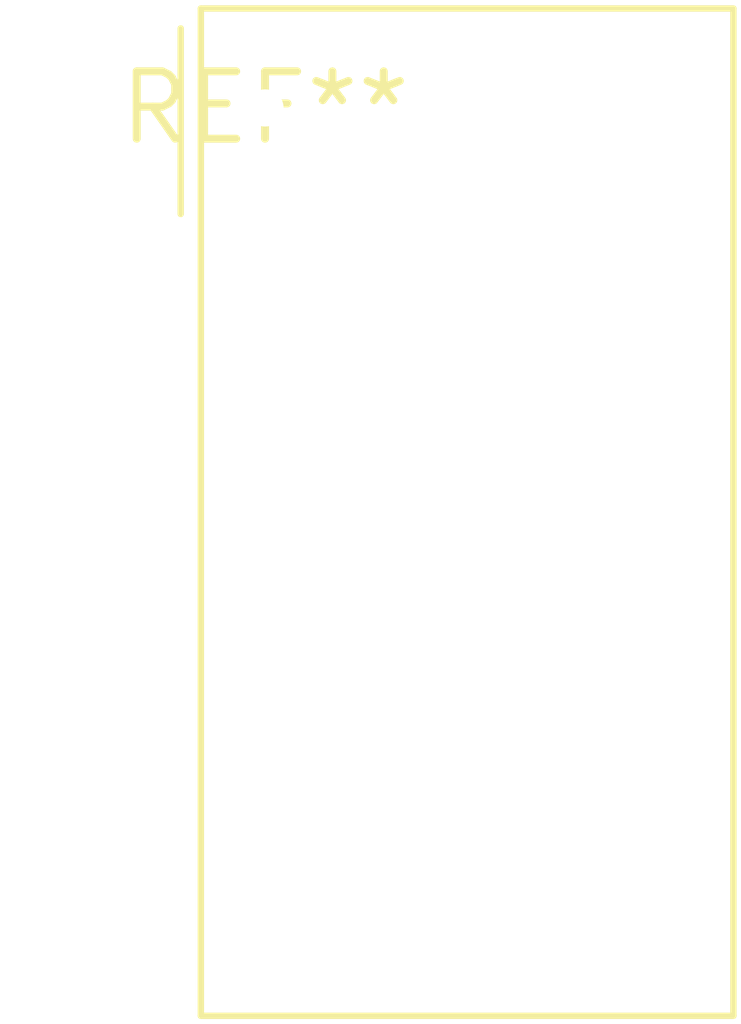
<source format=kicad_pcb>
(kicad_pcb (version 20240108) (generator pcbnew)
  (layers (0 "F.Cu" signal) (31 "B.Cu" signal) (34 "B.Paste" user) (35 "F.Paste" user) (36 "B.SilkS" user "B.Silkscreen") (37 "F.SilkS" user "F.Silkscreen") (38 "B.Mask" user) (39 "F.Mask" user) (44 "Edge.Cuts" user))
  (net 0 "")
  (footprint "MAN3410A" (layer "F.Cu") (at 0 0)
    (property "Reference" "REF**")
    (property "Value" "MAN3410A")
    (fp_line (start -1.59 -1.5) (end -1.59 2) (layer "F.SilkS") (stroke (width 0.12)))
    (fp_line (start -1.21 -1.875) (end 8.83 -1.875) (layer "F.SilkS") (stroke (width 0.12)))
    (fp_line (start -1.21 17.115) (end -1.21 -1.875) (layer "F.SilkS") (stroke (width 0.12)))
    (fp_line (start 8.83 -1.875) (end 8.83 17.115) (layer "F.SilkS") (stroke (width 0.12)))
    (fp_line (start 8.83 17.115) (end -1.21 17.115) (layer "F.SilkS") (stroke (width 0.12)))
    (pad "1" thru_hole rect (at 0 0) (size 1.5 1.5) (drill 0.7) (layers *.Cu *.Mask) (remove_unused_layers))
    (pad "2" thru_hole circle (at 0 2.54) (size 1.5 1.5) (drill 0.7) (layers *.Cu *.Mask) (remove_unused_layers))
    (pad "3" thru_hole circle (at 0 5.08) (size 1.5 1.5) (drill 0.7) (layers *.Cu *.Mask) (remove_unused_layers))
    (pad "4" thru_hole circle (at 0 7.62) (size 1.5 1.5) (drill 0.7) (layers *.Cu *.Mask) (remove_unused_layers))
    (pad "5" thru_hole circle (at 0 10.16) (size 1.5 1.5) (drill 0.7) (layers *.Cu *.Mask) (remove_unused_layers))
    (pad "6" thru_hole circle (at 0 12.7) (size 1.5 1.5) (drill 0.7) (layers *.Cu *.Mask) (remove_unused_layers))
    (pad "7" thru_hole circle (at 0 15.24) (size 1.5 1.5) (drill 0.7) (layers *.Cu *.Mask) (remove_unused_layers))
    (pad "8" thru_hole circle (at 7.62 15.24) (size 1.5 1.5) (drill 0.7) (layers *.Cu *.Mask) (remove_unused_layers))
    (pad "9" thru_hole circle (at 7.62 12.7) (size 1.5 1.5) (drill 0.7) (layers *.Cu *.Mask) (remove_unused_layers))
    (pad "10" thru_hole circle (at 7.62 10.16) (size 1.5 1.5) (drill 0.7) (layers *.Cu *.Mask) (remove_unused_layers))
    (pad "11" thru_hole circle (at 7.62 7.62) (size 1.5 1.5) (drill 0.7) (layers *.Cu *.Mask) (remove_unused_layers))
    (pad "12" thru_hole circle (at 7.62 5.08) (size 1.5 1.5) (drill 0.7) (layers *.Cu *.Mask) (remove_unused_layers))
    (pad "13" thru_hole circle (at 7.62 2.54) (size 1.5 1.5) (drill 0.7) (layers *.Cu *.Mask) (remove_unused_layers))
    (pad "14" thru_hole circle (at 7.62 0) (size 1.5 1.5) (drill 0.7) (layers *.Cu *.Mask) (remove_unused_layers))
  )
)
</source>
